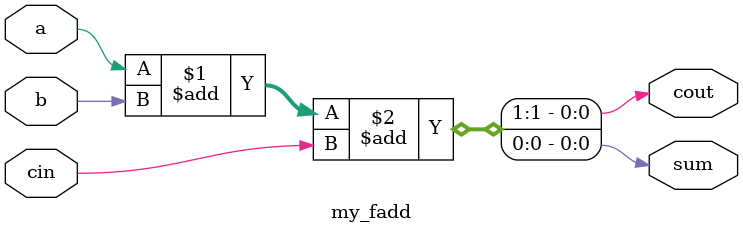
<source format=v>
module top_module (
    input [3:0] x,
    input [3:0] y, 
    output [4:0] sum);
  wire cout[3:0];
  my_fadd add1 (x[0],y[0],0,cout[0],sum[0]);
  my_fadd add2 (x[1],y[1],cout[0],cout[1],sum[1]);
  my_fadd add3 (x[2],y[2],cout[1],cout[2],sum[2]);
  my_fadd add4 (x[3],y[3],cout[2],sum[4],sum[3]);
endmodule

module my_fadd( 
    input a, b, cin,
    output cout, sum );
    assign {cout,sum} = a + b + cin;
endmodule

</source>
